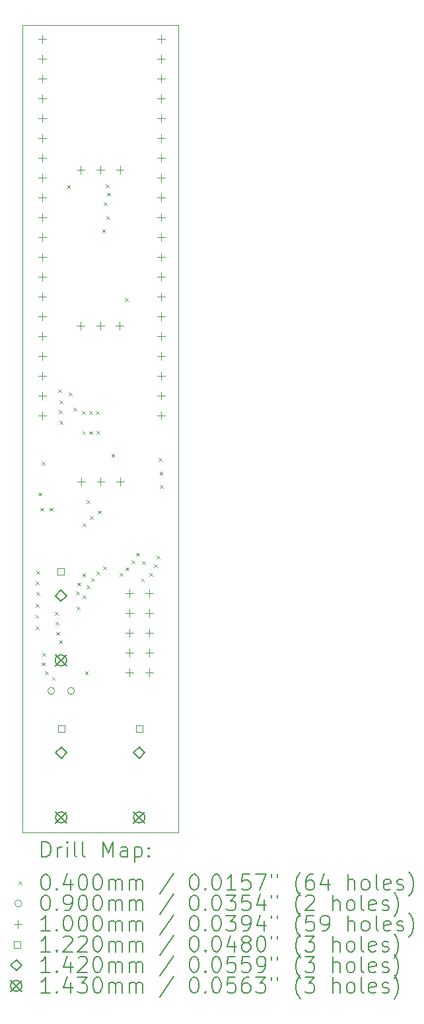
<source format=gbr>
%TF.GenerationSoftware,KiCad,Pcbnew,6.0.11+dfsg-1~bpo11+1*%
%TF.CreationDate,2023-04-14T10:24:12+08:00*%
%TF.ProjectId,MiniVerb - Main,4d696e69-5665-4726-9220-2d204d61696e,rev?*%
%TF.SameCoordinates,Original*%
%TF.FileFunction,Drillmap*%
%TF.FilePolarity,Positive*%
%FSLAX45Y45*%
G04 Gerber Fmt 4.5, Leading zero omitted, Abs format (unit mm)*
G04 Created by KiCad (PCBNEW 6.0.11+dfsg-1~bpo11+1) date 2023-04-14 10:24:12*
%MOMM*%
%LPD*%
G01*
G04 APERTURE LIST*
%ADD10C,0.100000*%
%ADD11C,0.200000*%
%ADD12C,0.040000*%
%ADD13C,0.090000*%
%ADD14C,0.122000*%
%ADD15C,0.142000*%
%ADD16C,0.143000*%
G04 APERTURE END LIST*
D10*
X18009907Y-15354593D02*
X16009907Y-15354593D01*
X16009907Y-15354593D02*
X16009907Y-5004593D01*
X16009907Y-5004593D02*
X18009907Y-5004593D01*
X18009907Y-5004593D02*
X18009907Y-15354593D01*
D11*
D12*
X16179907Y-12564593D02*
X16219907Y-12604593D01*
X16219907Y-12564593D02*
X16179907Y-12604593D01*
X16184907Y-12134593D02*
X16224907Y-12174593D01*
X16224907Y-12134593D02*
X16184907Y-12174593D01*
X16184907Y-12424593D02*
X16224907Y-12464593D01*
X16224907Y-12424593D02*
X16184907Y-12464593D01*
X16184907Y-12714593D02*
X16224907Y-12754593D01*
X16224907Y-12714593D02*
X16184907Y-12754593D01*
X16189907Y-12004593D02*
X16229907Y-12044593D01*
X16229907Y-12004593D02*
X16189907Y-12044593D01*
X16189907Y-12274593D02*
X16229907Y-12314593D01*
X16229907Y-12274593D02*
X16189907Y-12314593D01*
X16214907Y-10999593D02*
X16254907Y-11039593D01*
X16254907Y-10999593D02*
X16214907Y-11039593D01*
X16244907Y-11192093D02*
X16284907Y-11232093D01*
X16284907Y-11192093D02*
X16244907Y-11232093D01*
X16259907Y-13174593D02*
X16299907Y-13214593D01*
X16299907Y-13174593D02*
X16259907Y-13214593D01*
X16262500Y-10602500D02*
X16302500Y-10642500D01*
X16302500Y-10602500D02*
X16262500Y-10642500D01*
X16269907Y-13054593D02*
X16309907Y-13094593D01*
X16309907Y-13054593D02*
X16269907Y-13094593D01*
X16299907Y-13289593D02*
X16339907Y-13329593D01*
X16339907Y-13289593D02*
X16299907Y-13329593D01*
X16362407Y-11192093D02*
X16402407Y-11232093D01*
X16402407Y-11192093D02*
X16362407Y-11232093D01*
X16389907Y-13359593D02*
X16429907Y-13399593D01*
X16429907Y-13359593D02*
X16389907Y-13399593D01*
X16429907Y-12529593D02*
X16469907Y-12569593D01*
X16469907Y-12529593D02*
X16429907Y-12569593D01*
X16434907Y-12654593D02*
X16474907Y-12694593D01*
X16474907Y-12654593D02*
X16434907Y-12694593D01*
X16444907Y-12784593D02*
X16484907Y-12824593D01*
X16484907Y-12784593D02*
X16444907Y-12824593D01*
X16469907Y-9674593D02*
X16509907Y-9714593D01*
X16509907Y-9674593D02*
X16469907Y-9714593D01*
X16477407Y-9947093D02*
X16517407Y-9987093D01*
X16517407Y-9947093D02*
X16477407Y-9987093D01*
X16484907Y-12889593D02*
X16524907Y-12929593D01*
X16524907Y-12889593D02*
X16484907Y-12929593D01*
X16487407Y-9819593D02*
X16527407Y-9859593D01*
X16527407Y-9819593D02*
X16487407Y-9859593D01*
X16487682Y-10082550D02*
X16527682Y-10122550D01*
X16527682Y-10082550D02*
X16487682Y-10122550D01*
X16584907Y-7054593D02*
X16624907Y-7094593D01*
X16624907Y-7054593D02*
X16584907Y-7094593D01*
X16609907Y-9717093D02*
X16649907Y-9757093D01*
X16649907Y-9717093D02*
X16609907Y-9757093D01*
X16667407Y-9909593D02*
X16707407Y-9949593D01*
X16707407Y-9909593D02*
X16667407Y-9949593D01*
X16699907Y-12264593D02*
X16739907Y-12304593D01*
X16739907Y-12264593D02*
X16699907Y-12304593D01*
X16709907Y-12459593D02*
X16749907Y-12499593D01*
X16749907Y-12459593D02*
X16709907Y-12499593D01*
X16719907Y-12149593D02*
X16759907Y-12189593D01*
X16759907Y-12149593D02*
X16719907Y-12189593D01*
X16777407Y-9952093D02*
X16817407Y-9992093D01*
X16817407Y-9952093D02*
X16777407Y-9992093D01*
X16779907Y-10212093D02*
X16819907Y-10252093D01*
X16819907Y-10212093D02*
X16779907Y-10252093D01*
X16779907Y-12034593D02*
X16819907Y-12074593D01*
X16819907Y-12034593D02*
X16779907Y-12074593D01*
X16784907Y-12314593D02*
X16824907Y-12354593D01*
X16824907Y-12314593D02*
X16784907Y-12354593D01*
X16787407Y-11392093D02*
X16827407Y-11432093D01*
X16827407Y-11392093D02*
X16787407Y-11432093D01*
X16815000Y-13289375D02*
X16855000Y-13329375D01*
X16855000Y-13289375D02*
X16815000Y-13329375D01*
X16834907Y-12189593D02*
X16874907Y-12229593D01*
X16874907Y-12189593D02*
X16834907Y-12229593D01*
X16837407Y-11094593D02*
X16877407Y-11134593D01*
X16877407Y-11094593D02*
X16837407Y-11134593D01*
X16867407Y-9954593D02*
X16907407Y-9994593D01*
X16907407Y-9954593D02*
X16867407Y-9994593D01*
X16869907Y-10212093D02*
X16909907Y-10252093D01*
X16909907Y-10212093D02*
X16869907Y-10252093D01*
X16874907Y-11297093D02*
X16914907Y-11337093D01*
X16914907Y-11297093D02*
X16874907Y-11337093D01*
X16894907Y-12094593D02*
X16934907Y-12134593D01*
X16934907Y-12094593D02*
X16894907Y-12134593D01*
X16954907Y-9954593D02*
X16994907Y-9994593D01*
X16994907Y-9954593D02*
X16954907Y-9994593D01*
X16959907Y-12009593D02*
X16999907Y-12049593D01*
X16999907Y-12009593D02*
X16959907Y-12049593D01*
X16962407Y-10209593D02*
X17002407Y-10249593D01*
X17002407Y-10209593D02*
X16962407Y-10249593D01*
X16977407Y-11227093D02*
X17017407Y-11267093D01*
X17017407Y-11227093D02*
X16977407Y-11267093D01*
X17034907Y-7624593D02*
X17074907Y-7664593D01*
X17074907Y-7624593D02*
X17034907Y-7664593D01*
X17044907Y-11944593D02*
X17084907Y-11984593D01*
X17084907Y-11944593D02*
X17044907Y-11984593D01*
X17054907Y-7279593D02*
X17094907Y-7319593D01*
X17094907Y-7279593D02*
X17054907Y-7319593D01*
X17079907Y-7049593D02*
X17119907Y-7089593D01*
X17119907Y-7049593D02*
X17079907Y-7089593D01*
X17089907Y-7454593D02*
X17129907Y-7494593D01*
X17129907Y-7454593D02*
X17089907Y-7494593D01*
X17094907Y-7154593D02*
X17134907Y-7194593D01*
X17134907Y-7154593D02*
X17094907Y-7194593D01*
X17152407Y-10502093D02*
X17192407Y-10542093D01*
X17192407Y-10502093D02*
X17152407Y-10542093D01*
X17259907Y-12029593D02*
X17299907Y-12069593D01*
X17299907Y-12029593D02*
X17259907Y-12069593D01*
X17327000Y-8502000D02*
X17367000Y-8542000D01*
X17367000Y-8502000D02*
X17327000Y-8542000D01*
X17334907Y-11954593D02*
X17374907Y-11994593D01*
X17374907Y-11954593D02*
X17334907Y-11994593D01*
X17409907Y-11864593D02*
X17449907Y-11904593D01*
X17449907Y-11864593D02*
X17409907Y-11904593D01*
X17469907Y-11769593D02*
X17509907Y-11809593D01*
X17509907Y-11769593D02*
X17469907Y-11809593D01*
X17534907Y-12099593D02*
X17574907Y-12139593D01*
X17574907Y-12099593D02*
X17534907Y-12139593D01*
X17544907Y-11874593D02*
X17584907Y-11914593D01*
X17584907Y-11874593D02*
X17544907Y-11914593D01*
X17639907Y-12024593D02*
X17679907Y-12064593D01*
X17679907Y-12024593D02*
X17639907Y-12064593D01*
X17699907Y-11914593D02*
X17739907Y-11954593D01*
X17739907Y-11914593D02*
X17699907Y-11954593D01*
X17734907Y-11809593D02*
X17774907Y-11849593D01*
X17774907Y-11809593D02*
X17734907Y-11849593D01*
X17757407Y-10552093D02*
X17797407Y-10592093D01*
X17797407Y-10552093D02*
X17757407Y-10592093D01*
X17769907Y-10729593D02*
X17809907Y-10769593D01*
X17809907Y-10729593D02*
X17769907Y-10769593D01*
X17772407Y-10902093D02*
X17812407Y-10942093D01*
X17812407Y-10902093D02*
X17772407Y-10942093D01*
D13*
X16427500Y-13540000D02*
G75*
G03*
X16427500Y-13540000I-45000J0D01*
G01*
X16681500Y-13540000D02*
G75*
G03*
X16681500Y-13540000I-45000J0D01*
G01*
D10*
X16266000Y-5133593D02*
X16266000Y-5233593D01*
X16216000Y-5183593D02*
X16316000Y-5183593D01*
X16266000Y-5387593D02*
X16266000Y-5487593D01*
X16216000Y-5437593D02*
X16316000Y-5437593D01*
X16266000Y-5641593D02*
X16266000Y-5741593D01*
X16216000Y-5691593D02*
X16316000Y-5691593D01*
X16266000Y-5895593D02*
X16266000Y-5995593D01*
X16216000Y-5945593D02*
X16316000Y-5945593D01*
X16266000Y-6149593D02*
X16266000Y-6249593D01*
X16216000Y-6199593D02*
X16316000Y-6199593D01*
X16266000Y-6403593D02*
X16266000Y-6503593D01*
X16216000Y-6453593D02*
X16316000Y-6453593D01*
X16266000Y-6657593D02*
X16266000Y-6757593D01*
X16216000Y-6707593D02*
X16316000Y-6707593D01*
X16266000Y-6911593D02*
X16266000Y-7011593D01*
X16216000Y-6961593D02*
X16316000Y-6961593D01*
X16266000Y-7165593D02*
X16266000Y-7265593D01*
X16216000Y-7215593D02*
X16316000Y-7215593D01*
X16266000Y-7419593D02*
X16266000Y-7519593D01*
X16216000Y-7469593D02*
X16316000Y-7469593D01*
X16266000Y-7673593D02*
X16266000Y-7773593D01*
X16216000Y-7723593D02*
X16316000Y-7723593D01*
X16266000Y-7927593D02*
X16266000Y-8027593D01*
X16216000Y-7977593D02*
X16316000Y-7977593D01*
X16266000Y-8181593D02*
X16266000Y-8281593D01*
X16216000Y-8231593D02*
X16316000Y-8231593D01*
X16266000Y-8435593D02*
X16266000Y-8535593D01*
X16216000Y-8485593D02*
X16316000Y-8485593D01*
X16266000Y-8689593D02*
X16266000Y-8789593D01*
X16216000Y-8739593D02*
X16316000Y-8739593D01*
X16266000Y-8943593D02*
X16266000Y-9043593D01*
X16216000Y-8993593D02*
X16316000Y-8993593D01*
X16266000Y-9197593D02*
X16266000Y-9297593D01*
X16216000Y-9247593D02*
X16316000Y-9247593D01*
X16266000Y-9451593D02*
X16266000Y-9551593D01*
X16216000Y-9501593D02*
X16316000Y-9501593D01*
X16266000Y-9705593D02*
X16266000Y-9805593D01*
X16216000Y-9755593D02*
X16316000Y-9755593D01*
X16266000Y-9959593D02*
X16266000Y-10059593D01*
X16216000Y-10009593D02*
X16316000Y-10009593D01*
X16759907Y-8809093D02*
X16759907Y-8909093D01*
X16709907Y-8859093D02*
X16809907Y-8859093D01*
X16761907Y-6810093D02*
X16761907Y-6910093D01*
X16711907Y-6860093D02*
X16811907Y-6860093D01*
X16765907Y-10810093D02*
X16765907Y-10910093D01*
X16715907Y-10860093D02*
X16815907Y-10860093D01*
X17009907Y-8809093D02*
X17009907Y-8909093D01*
X16959907Y-8859093D02*
X17059907Y-8859093D01*
X17011907Y-6810093D02*
X17011907Y-6910093D01*
X16961907Y-6860093D02*
X17061907Y-6860093D01*
X17015907Y-10810093D02*
X17015907Y-10910093D01*
X16965907Y-10860093D02*
X17065907Y-10860093D01*
X17259907Y-8809093D02*
X17259907Y-8909093D01*
X17209907Y-8859093D02*
X17309907Y-8859093D01*
X17261907Y-6810093D02*
X17261907Y-6910093D01*
X17211907Y-6860093D02*
X17311907Y-6860093D01*
X17265907Y-10810093D02*
X17265907Y-10910093D01*
X17215907Y-10860093D02*
X17315907Y-10860093D01*
X17384657Y-12239693D02*
X17384657Y-12339693D01*
X17334657Y-12289693D02*
X17434657Y-12289693D01*
X17384657Y-12493693D02*
X17384657Y-12593693D01*
X17334657Y-12543693D02*
X17434657Y-12543693D01*
X17384657Y-12747693D02*
X17384657Y-12847693D01*
X17334657Y-12797693D02*
X17434657Y-12797693D01*
X17384657Y-13001693D02*
X17384657Y-13101693D01*
X17334657Y-13051693D02*
X17434657Y-13051693D01*
X17384657Y-13255693D02*
X17384657Y-13355693D01*
X17334657Y-13305693D02*
X17434657Y-13305693D01*
X17638657Y-12239693D02*
X17638657Y-12339693D01*
X17588657Y-12289693D02*
X17688657Y-12289693D01*
X17638657Y-12493693D02*
X17638657Y-12593693D01*
X17588657Y-12543693D02*
X17688657Y-12543693D01*
X17638657Y-12747693D02*
X17638657Y-12847693D01*
X17588657Y-12797693D02*
X17688657Y-12797693D01*
X17638657Y-13001693D02*
X17638657Y-13101693D01*
X17588657Y-13051693D02*
X17688657Y-13051693D01*
X17638657Y-13255693D02*
X17638657Y-13355693D01*
X17588657Y-13305693D02*
X17688657Y-13305693D01*
X17790000Y-5133593D02*
X17790000Y-5233593D01*
X17740000Y-5183593D02*
X17840000Y-5183593D01*
X17790000Y-5387593D02*
X17790000Y-5487593D01*
X17740000Y-5437593D02*
X17840000Y-5437593D01*
X17790000Y-5641593D02*
X17790000Y-5741593D01*
X17740000Y-5691593D02*
X17840000Y-5691593D01*
X17790000Y-5895593D02*
X17790000Y-5995593D01*
X17740000Y-5945593D02*
X17840000Y-5945593D01*
X17790000Y-6149593D02*
X17790000Y-6249593D01*
X17740000Y-6199593D02*
X17840000Y-6199593D01*
X17790000Y-6403593D02*
X17790000Y-6503593D01*
X17740000Y-6453593D02*
X17840000Y-6453593D01*
X17790000Y-6657593D02*
X17790000Y-6757593D01*
X17740000Y-6707593D02*
X17840000Y-6707593D01*
X17790000Y-6911593D02*
X17790000Y-7011593D01*
X17740000Y-6961593D02*
X17840000Y-6961593D01*
X17790000Y-7165593D02*
X17790000Y-7265593D01*
X17740000Y-7215593D02*
X17840000Y-7215593D01*
X17790000Y-7419593D02*
X17790000Y-7519593D01*
X17740000Y-7469593D02*
X17840000Y-7469593D01*
X17790000Y-7673593D02*
X17790000Y-7773593D01*
X17740000Y-7723593D02*
X17840000Y-7723593D01*
X17790000Y-7927593D02*
X17790000Y-8027593D01*
X17740000Y-7977593D02*
X17840000Y-7977593D01*
X17790000Y-8181593D02*
X17790000Y-8281593D01*
X17740000Y-8231593D02*
X17840000Y-8231593D01*
X17790000Y-8435593D02*
X17790000Y-8535593D01*
X17740000Y-8485593D02*
X17840000Y-8485593D01*
X17790000Y-8689593D02*
X17790000Y-8789593D01*
X17740000Y-8739593D02*
X17840000Y-8739593D01*
X17790000Y-8943593D02*
X17790000Y-9043593D01*
X17740000Y-8993593D02*
X17840000Y-8993593D01*
X17790000Y-9197593D02*
X17790000Y-9297593D01*
X17740000Y-9247593D02*
X17840000Y-9247593D01*
X17790000Y-9451593D02*
X17790000Y-9551593D01*
X17740000Y-9501593D02*
X17840000Y-9501593D01*
X17790000Y-9705593D02*
X17790000Y-9805593D01*
X17740000Y-9755593D02*
X17840000Y-9755593D01*
X17790000Y-9959593D02*
X17790000Y-10059593D01*
X17740000Y-10009593D02*
X17840000Y-10009593D01*
D14*
X16550041Y-12051727D02*
X16550041Y-11965459D01*
X16463773Y-11965459D01*
X16463773Y-12051727D01*
X16550041Y-12051727D01*
X16553041Y-14063927D02*
X16553041Y-13977659D01*
X16466773Y-13977659D01*
X16466773Y-14063927D01*
X16553041Y-14063927D01*
X17553041Y-14063927D02*
X17553041Y-13977659D01*
X17466773Y-13977659D01*
X17466773Y-14063927D01*
X17553041Y-14063927D01*
D15*
X16506907Y-12389593D02*
X16577907Y-12318593D01*
X16506907Y-12247593D01*
X16435907Y-12318593D01*
X16506907Y-12389593D01*
X16509907Y-14401793D02*
X16580907Y-14330793D01*
X16509907Y-14259793D01*
X16438907Y-14330793D01*
X16509907Y-14401793D01*
X17509907Y-14401793D02*
X17580907Y-14330793D01*
X17509907Y-14259793D01*
X17438907Y-14330793D01*
X17509907Y-14401793D01*
D16*
X16435407Y-13077093D02*
X16578407Y-13220093D01*
X16578407Y-13077093D02*
X16435407Y-13220093D01*
X16578407Y-13148593D02*
G75*
G03*
X16578407Y-13148593I-71500J0D01*
G01*
X16438407Y-15089293D02*
X16581407Y-15232293D01*
X16581407Y-15089293D02*
X16438407Y-15232293D01*
X16581407Y-15160793D02*
G75*
G03*
X16581407Y-15160793I-71500J0D01*
G01*
X17438407Y-15089293D02*
X17581407Y-15232293D01*
X17581407Y-15089293D02*
X17438407Y-15232293D01*
X17581407Y-15160793D02*
G75*
G03*
X17581407Y-15160793I-71500J0D01*
G01*
D11*
X16262526Y-15670069D02*
X16262526Y-15470069D01*
X16310145Y-15470069D01*
X16338716Y-15479593D01*
X16357764Y-15498641D01*
X16367288Y-15517688D01*
X16376811Y-15555784D01*
X16376811Y-15584355D01*
X16367288Y-15622450D01*
X16357764Y-15641498D01*
X16338716Y-15660546D01*
X16310145Y-15670069D01*
X16262526Y-15670069D01*
X16462526Y-15670069D02*
X16462526Y-15536736D01*
X16462526Y-15574831D02*
X16472049Y-15555784D01*
X16481573Y-15546260D01*
X16500621Y-15536736D01*
X16519669Y-15536736D01*
X16586335Y-15670069D02*
X16586335Y-15536736D01*
X16586335Y-15470069D02*
X16576811Y-15479593D01*
X16586335Y-15489117D01*
X16595859Y-15479593D01*
X16586335Y-15470069D01*
X16586335Y-15489117D01*
X16710145Y-15670069D02*
X16691097Y-15660546D01*
X16681573Y-15641498D01*
X16681573Y-15470069D01*
X16814907Y-15670069D02*
X16795859Y-15660546D01*
X16786335Y-15641498D01*
X16786335Y-15470069D01*
X17043478Y-15670069D02*
X17043478Y-15470069D01*
X17110145Y-15612927D01*
X17176811Y-15470069D01*
X17176811Y-15670069D01*
X17357764Y-15670069D02*
X17357764Y-15565307D01*
X17348240Y-15546260D01*
X17329192Y-15536736D01*
X17291097Y-15536736D01*
X17272050Y-15546260D01*
X17357764Y-15660546D02*
X17338716Y-15670069D01*
X17291097Y-15670069D01*
X17272050Y-15660546D01*
X17262526Y-15641498D01*
X17262526Y-15622450D01*
X17272050Y-15603403D01*
X17291097Y-15593879D01*
X17338716Y-15593879D01*
X17357764Y-15584355D01*
X17453002Y-15536736D02*
X17453002Y-15736736D01*
X17453002Y-15546260D02*
X17472050Y-15536736D01*
X17510145Y-15536736D01*
X17529192Y-15546260D01*
X17538716Y-15555784D01*
X17548240Y-15574831D01*
X17548240Y-15631974D01*
X17538716Y-15651022D01*
X17529192Y-15660546D01*
X17510145Y-15670069D01*
X17472050Y-15670069D01*
X17453002Y-15660546D01*
X17633954Y-15651022D02*
X17643478Y-15660546D01*
X17633954Y-15670069D01*
X17624431Y-15660546D01*
X17633954Y-15651022D01*
X17633954Y-15670069D01*
X17633954Y-15546260D02*
X17643478Y-15555784D01*
X17633954Y-15565307D01*
X17624431Y-15555784D01*
X17633954Y-15546260D01*
X17633954Y-15565307D01*
D12*
X15964907Y-15979593D02*
X16004907Y-16019593D01*
X16004907Y-15979593D02*
X15964907Y-16019593D01*
D11*
X16300621Y-15890069D02*
X16319669Y-15890069D01*
X16338716Y-15899593D01*
X16348240Y-15909117D01*
X16357764Y-15928165D01*
X16367288Y-15966260D01*
X16367288Y-16013879D01*
X16357764Y-16051974D01*
X16348240Y-16071022D01*
X16338716Y-16080546D01*
X16319669Y-16090069D01*
X16300621Y-16090069D01*
X16281573Y-16080546D01*
X16272049Y-16071022D01*
X16262526Y-16051974D01*
X16253002Y-16013879D01*
X16253002Y-15966260D01*
X16262526Y-15928165D01*
X16272049Y-15909117D01*
X16281573Y-15899593D01*
X16300621Y-15890069D01*
X16453002Y-16071022D02*
X16462526Y-16080546D01*
X16453002Y-16090069D01*
X16443478Y-16080546D01*
X16453002Y-16071022D01*
X16453002Y-16090069D01*
X16633954Y-15956736D02*
X16633954Y-16090069D01*
X16586335Y-15880546D02*
X16538716Y-16023403D01*
X16662526Y-16023403D01*
X16776811Y-15890069D02*
X16795859Y-15890069D01*
X16814907Y-15899593D01*
X16824431Y-15909117D01*
X16833954Y-15928165D01*
X16843478Y-15966260D01*
X16843478Y-16013879D01*
X16833954Y-16051974D01*
X16824431Y-16071022D01*
X16814907Y-16080546D01*
X16795859Y-16090069D01*
X16776811Y-16090069D01*
X16757764Y-16080546D01*
X16748240Y-16071022D01*
X16738716Y-16051974D01*
X16729192Y-16013879D01*
X16729192Y-15966260D01*
X16738716Y-15928165D01*
X16748240Y-15909117D01*
X16757764Y-15899593D01*
X16776811Y-15890069D01*
X16967288Y-15890069D02*
X16986335Y-15890069D01*
X17005383Y-15899593D01*
X17014907Y-15909117D01*
X17024431Y-15928165D01*
X17033954Y-15966260D01*
X17033954Y-16013879D01*
X17024431Y-16051974D01*
X17014907Y-16071022D01*
X17005383Y-16080546D01*
X16986335Y-16090069D01*
X16967288Y-16090069D01*
X16948240Y-16080546D01*
X16938716Y-16071022D01*
X16929192Y-16051974D01*
X16919669Y-16013879D01*
X16919669Y-15966260D01*
X16929192Y-15928165D01*
X16938716Y-15909117D01*
X16948240Y-15899593D01*
X16967288Y-15890069D01*
X17119669Y-16090069D02*
X17119669Y-15956736D01*
X17119669Y-15975784D02*
X17129192Y-15966260D01*
X17148240Y-15956736D01*
X17176811Y-15956736D01*
X17195859Y-15966260D01*
X17205383Y-15985307D01*
X17205383Y-16090069D01*
X17205383Y-15985307D02*
X17214907Y-15966260D01*
X17233954Y-15956736D01*
X17262526Y-15956736D01*
X17281573Y-15966260D01*
X17291097Y-15985307D01*
X17291097Y-16090069D01*
X17386335Y-16090069D02*
X17386335Y-15956736D01*
X17386335Y-15975784D02*
X17395859Y-15966260D01*
X17414907Y-15956736D01*
X17443478Y-15956736D01*
X17462526Y-15966260D01*
X17472050Y-15985307D01*
X17472050Y-16090069D01*
X17472050Y-15985307D02*
X17481573Y-15966260D01*
X17500621Y-15956736D01*
X17529192Y-15956736D01*
X17548240Y-15966260D01*
X17557764Y-15985307D01*
X17557764Y-16090069D01*
X17948240Y-15880546D02*
X17776811Y-16137688D01*
X18205383Y-15890069D02*
X18224431Y-15890069D01*
X18243478Y-15899593D01*
X18253002Y-15909117D01*
X18262526Y-15928165D01*
X18272050Y-15966260D01*
X18272050Y-16013879D01*
X18262526Y-16051974D01*
X18253002Y-16071022D01*
X18243478Y-16080546D01*
X18224431Y-16090069D01*
X18205383Y-16090069D01*
X18186335Y-16080546D01*
X18176811Y-16071022D01*
X18167288Y-16051974D01*
X18157764Y-16013879D01*
X18157764Y-15966260D01*
X18167288Y-15928165D01*
X18176811Y-15909117D01*
X18186335Y-15899593D01*
X18205383Y-15890069D01*
X18357764Y-16071022D02*
X18367288Y-16080546D01*
X18357764Y-16090069D01*
X18348240Y-16080546D01*
X18357764Y-16071022D01*
X18357764Y-16090069D01*
X18491097Y-15890069D02*
X18510145Y-15890069D01*
X18529192Y-15899593D01*
X18538716Y-15909117D01*
X18548240Y-15928165D01*
X18557764Y-15966260D01*
X18557764Y-16013879D01*
X18548240Y-16051974D01*
X18538716Y-16071022D01*
X18529192Y-16080546D01*
X18510145Y-16090069D01*
X18491097Y-16090069D01*
X18472050Y-16080546D01*
X18462526Y-16071022D01*
X18453002Y-16051974D01*
X18443478Y-16013879D01*
X18443478Y-15966260D01*
X18453002Y-15928165D01*
X18462526Y-15909117D01*
X18472050Y-15899593D01*
X18491097Y-15890069D01*
X18748240Y-16090069D02*
X18633954Y-16090069D01*
X18691097Y-16090069D02*
X18691097Y-15890069D01*
X18672050Y-15918641D01*
X18653002Y-15937688D01*
X18633954Y-15947212D01*
X18929192Y-15890069D02*
X18833954Y-15890069D01*
X18824431Y-15985307D01*
X18833954Y-15975784D01*
X18853002Y-15966260D01*
X18900621Y-15966260D01*
X18919669Y-15975784D01*
X18929192Y-15985307D01*
X18938716Y-16004355D01*
X18938716Y-16051974D01*
X18929192Y-16071022D01*
X18919669Y-16080546D01*
X18900621Y-16090069D01*
X18853002Y-16090069D01*
X18833954Y-16080546D01*
X18824431Y-16071022D01*
X19005383Y-15890069D02*
X19138716Y-15890069D01*
X19053002Y-16090069D01*
X19205383Y-15890069D02*
X19205383Y-15928165D01*
X19281573Y-15890069D02*
X19281573Y-15928165D01*
X19576811Y-16166260D02*
X19567288Y-16156736D01*
X19548240Y-16128165D01*
X19538716Y-16109117D01*
X19529192Y-16080546D01*
X19519669Y-16032927D01*
X19519669Y-15994831D01*
X19529192Y-15947212D01*
X19538716Y-15918641D01*
X19548240Y-15899593D01*
X19567288Y-15871022D01*
X19576811Y-15861498D01*
X19738716Y-15890069D02*
X19700621Y-15890069D01*
X19681573Y-15899593D01*
X19672050Y-15909117D01*
X19653002Y-15937688D01*
X19643478Y-15975784D01*
X19643478Y-16051974D01*
X19653002Y-16071022D01*
X19662526Y-16080546D01*
X19681573Y-16090069D01*
X19719669Y-16090069D01*
X19738716Y-16080546D01*
X19748240Y-16071022D01*
X19757764Y-16051974D01*
X19757764Y-16004355D01*
X19748240Y-15985307D01*
X19738716Y-15975784D01*
X19719669Y-15966260D01*
X19681573Y-15966260D01*
X19662526Y-15975784D01*
X19653002Y-15985307D01*
X19643478Y-16004355D01*
X19929192Y-15956736D02*
X19929192Y-16090069D01*
X19881573Y-15880546D02*
X19833954Y-16023403D01*
X19957764Y-16023403D01*
X20186335Y-16090069D02*
X20186335Y-15890069D01*
X20272050Y-16090069D02*
X20272050Y-15985307D01*
X20262526Y-15966260D01*
X20243478Y-15956736D01*
X20214907Y-15956736D01*
X20195859Y-15966260D01*
X20186335Y-15975784D01*
X20395859Y-16090069D02*
X20376811Y-16080546D01*
X20367288Y-16071022D01*
X20357764Y-16051974D01*
X20357764Y-15994831D01*
X20367288Y-15975784D01*
X20376811Y-15966260D01*
X20395859Y-15956736D01*
X20424431Y-15956736D01*
X20443478Y-15966260D01*
X20453002Y-15975784D01*
X20462526Y-15994831D01*
X20462526Y-16051974D01*
X20453002Y-16071022D01*
X20443478Y-16080546D01*
X20424431Y-16090069D01*
X20395859Y-16090069D01*
X20576811Y-16090069D02*
X20557764Y-16080546D01*
X20548240Y-16061498D01*
X20548240Y-15890069D01*
X20729192Y-16080546D02*
X20710145Y-16090069D01*
X20672050Y-16090069D01*
X20653002Y-16080546D01*
X20643478Y-16061498D01*
X20643478Y-15985307D01*
X20653002Y-15966260D01*
X20672050Y-15956736D01*
X20710145Y-15956736D01*
X20729192Y-15966260D01*
X20738716Y-15985307D01*
X20738716Y-16004355D01*
X20643478Y-16023403D01*
X20814907Y-16080546D02*
X20833954Y-16090069D01*
X20872050Y-16090069D01*
X20891097Y-16080546D01*
X20900621Y-16061498D01*
X20900621Y-16051974D01*
X20891097Y-16032927D01*
X20872050Y-16023403D01*
X20843478Y-16023403D01*
X20824431Y-16013879D01*
X20814907Y-15994831D01*
X20814907Y-15985307D01*
X20824431Y-15966260D01*
X20843478Y-15956736D01*
X20872050Y-15956736D01*
X20891097Y-15966260D01*
X20967288Y-16166260D02*
X20976811Y-16156736D01*
X20995859Y-16128165D01*
X21005383Y-16109117D01*
X21014907Y-16080546D01*
X21024431Y-16032927D01*
X21024431Y-15994831D01*
X21014907Y-15947212D01*
X21005383Y-15918641D01*
X20995859Y-15899593D01*
X20976811Y-15871022D01*
X20967288Y-15861498D01*
D13*
X16004907Y-16263593D02*
G75*
G03*
X16004907Y-16263593I-45000J0D01*
G01*
D11*
X16300621Y-16154069D02*
X16319669Y-16154069D01*
X16338716Y-16163593D01*
X16348240Y-16173117D01*
X16357764Y-16192165D01*
X16367288Y-16230260D01*
X16367288Y-16277879D01*
X16357764Y-16315974D01*
X16348240Y-16335022D01*
X16338716Y-16344546D01*
X16319669Y-16354069D01*
X16300621Y-16354069D01*
X16281573Y-16344546D01*
X16272049Y-16335022D01*
X16262526Y-16315974D01*
X16253002Y-16277879D01*
X16253002Y-16230260D01*
X16262526Y-16192165D01*
X16272049Y-16173117D01*
X16281573Y-16163593D01*
X16300621Y-16154069D01*
X16453002Y-16335022D02*
X16462526Y-16344546D01*
X16453002Y-16354069D01*
X16443478Y-16344546D01*
X16453002Y-16335022D01*
X16453002Y-16354069D01*
X16557764Y-16354069D02*
X16595859Y-16354069D01*
X16614907Y-16344546D01*
X16624430Y-16335022D01*
X16643478Y-16306450D01*
X16653002Y-16268355D01*
X16653002Y-16192165D01*
X16643478Y-16173117D01*
X16633954Y-16163593D01*
X16614907Y-16154069D01*
X16576811Y-16154069D01*
X16557764Y-16163593D01*
X16548240Y-16173117D01*
X16538716Y-16192165D01*
X16538716Y-16239784D01*
X16548240Y-16258831D01*
X16557764Y-16268355D01*
X16576811Y-16277879D01*
X16614907Y-16277879D01*
X16633954Y-16268355D01*
X16643478Y-16258831D01*
X16653002Y-16239784D01*
X16776811Y-16154069D02*
X16795859Y-16154069D01*
X16814907Y-16163593D01*
X16824431Y-16173117D01*
X16833954Y-16192165D01*
X16843478Y-16230260D01*
X16843478Y-16277879D01*
X16833954Y-16315974D01*
X16824431Y-16335022D01*
X16814907Y-16344546D01*
X16795859Y-16354069D01*
X16776811Y-16354069D01*
X16757764Y-16344546D01*
X16748240Y-16335022D01*
X16738716Y-16315974D01*
X16729192Y-16277879D01*
X16729192Y-16230260D01*
X16738716Y-16192165D01*
X16748240Y-16173117D01*
X16757764Y-16163593D01*
X16776811Y-16154069D01*
X16967288Y-16154069D02*
X16986335Y-16154069D01*
X17005383Y-16163593D01*
X17014907Y-16173117D01*
X17024431Y-16192165D01*
X17033954Y-16230260D01*
X17033954Y-16277879D01*
X17024431Y-16315974D01*
X17014907Y-16335022D01*
X17005383Y-16344546D01*
X16986335Y-16354069D01*
X16967288Y-16354069D01*
X16948240Y-16344546D01*
X16938716Y-16335022D01*
X16929192Y-16315974D01*
X16919669Y-16277879D01*
X16919669Y-16230260D01*
X16929192Y-16192165D01*
X16938716Y-16173117D01*
X16948240Y-16163593D01*
X16967288Y-16154069D01*
X17119669Y-16354069D02*
X17119669Y-16220736D01*
X17119669Y-16239784D02*
X17129192Y-16230260D01*
X17148240Y-16220736D01*
X17176811Y-16220736D01*
X17195859Y-16230260D01*
X17205383Y-16249307D01*
X17205383Y-16354069D01*
X17205383Y-16249307D02*
X17214907Y-16230260D01*
X17233954Y-16220736D01*
X17262526Y-16220736D01*
X17281573Y-16230260D01*
X17291097Y-16249307D01*
X17291097Y-16354069D01*
X17386335Y-16354069D02*
X17386335Y-16220736D01*
X17386335Y-16239784D02*
X17395859Y-16230260D01*
X17414907Y-16220736D01*
X17443478Y-16220736D01*
X17462526Y-16230260D01*
X17472050Y-16249307D01*
X17472050Y-16354069D01*
X17472050Y-16249307D02*
X17481573Y-16230260D01*
X17500621Y-16220736D01*
X17529192Y-16220736D01*
X17548240Y-16230260D01*
X17557764Y-16249307D01*
X17557764Y-16354069D01*
X17948240Y-16144546D02*
X17776811Y-16401688D01*
X18205383Y-16154069D02*
X18224431Y-16154069D01*
X18243478Y-16163593D01*
X18253002Y-16173117D01*
X18262526Y-16192165D01*
X18272050Y-16230260D01*
X18272050Y-16277879D01*
X18262526Y-16315974D01*
X18253002Y-16335022D01*
X18243478Y-16344546D01*
X18224431Y-16354069D01*
X18205383Y-16354069D01*
X18186335Y-16344546D01*
X18176811Y-16335022D01*
X18167288Y-16315974D01*
X18157764Y-16277879D01*
X18157764Y-16230260D01*
X18167288Y-16192165D01*
X18176811Y-16173117D01*
X18186335Y-16163593D01*
X18205383Y-16154069D01*
X18357764Y-16335022D02*
X18367288Y-16344546D01*
X18357764Y-16354069D01*
X18348240Y-16344546D01*
X18357764Y-16335022D01*
X18357764Y-16354069D01*
X18491097Y-16154069D02*
X18510145Y-16154069D01*
X18529192Y-16163593D01*
X18538716Y-16173117D01*
X18548240Y-16192165D01*
X18557764Y-16230260D01*
X18557764Y-16277879D01*
X18548240Y-16315974D01*
X18538716Y-16335022D01*
X18529192Y-16344546D01*
X18510145Y-16354069D01*
X18491097Y-16354069D01*
X18472050Y-16344546D01*
X18462526Y-16335022D01*
X18453002Y-16315974D01*
X18443478Y-16277879D01*
X18443478Y-16230260D01*
X18453002Y-16192165D01*
X18462526Y-16173117D01*
X18472050Y-16163593D01*
X18491097Y-16154069D01*
X18624431Y-16154069D02*
X18748240Y-16154069D01*
X18681573Y-16230260D01*
X18710145Y-16230260D01*
X18729192Y-16239784D01*
X18738716Y-16249307D01*
X18748240Y-16268355D01*
X18748240Y-16315974D01*
X18738716Y-16335022D01*
X18729192Y-16344546D01*
X18710145Y-16354069D01*
X18653002Y-16354069D01*
X18633954Y-16344546D01*
X18624431Y-16335022D01*
X18929192Y-16154069D02*
X18833954Y-16154069D01*
X18824431Y-16249307D01*
X18833954Y-16239784D01*
X18853002Y-16230260D01*
X18900621Y-16230260D01*
X18919669Y-16239784D01*
X18929192Y-16249307D01*
X18938716Y-16268355D01*
X18938716Y-16315974D01*
X18929192Y-16335022D01*
X18919669Y-16344546D01*
X18900621Y-16354069D01*
X18853002Y-16354069D01*
X18833954Y-16344546D01*
X18824431Y-16335022D01*
X19110145Y-16220736D02*
X19110145Y-16354069D01*
X19062526Y-16144546D02*
X19014907Y-16287403D01*
X19138716Y-16287403D01*
X19205383Y-16154069D02*
X19205383Y-16192165D01*
X19281573Y-16154069D02*
X19281573Y-16192165D01*
X19576811Y-16430260D02*
X19567288Y-16420736D01*
X19548240Y-16392165D01*
X19538716Y-16373117D01*
X19529192Y-16344546D01*
X19519669Y-16296927D01*
X19519669Y-16258831D01*
X19529192Y-16211212D01*
X19538716Y-16182641D01*
X19548240Y-16163593D01*
X19567288Y-16135022D01*
X19576811Y-16125498D01*
X19643478Y-16173117D02*
X19653002Y-16163593D01*
X19672050Y-16154069D01*
X19719669Y-16154069D01*
X19738716Y-16163593D01*
X19748240Y-16173117D01*
X19757764Y-16192165D01*
X19757764Y-16211212D01*
X19748240Y-16239784D01*
X19633954Y-16354069D01*
X19757764Y-16354069D01*
X19995859Y-16354069D02*
X19995859Y-16154069D01*
X20081573Y-16354069D02*
X20081573Y-16249307D01*
X20072050Y-16230260D01*
X20053002Y-16220736D01*
X20024431Y-16220736D01*
X20005383Y-16230260D01*
X19995859Y-16239784D01*
X20205383Y-16354069D02*
X20186335Y-16344546D01*
X20176811Y-16335022D01*
X20167288Y-16315974D01*
X20167288Y-16258831D01*
X20176811Y-16239784D01*
X20186335Y-16230260D01*
X20205383Y-16220736D01*
X20233954Y-16220736D01*
X20253002Y-16230260D01*
X20262526Y-16239784D01*
X20272050Y-16258831D01*
X20272050Y-16315974D01*
X20262526Y-16335022D01*
X20253002Y-16344546D01*
X20233954Y-16354069D01*
X20205383Y-16354069D01*
X20386335Y-16354069D02*
X20367288Y-16344546D01*
X20357764Y-16325498D01*
X20357764Y-16154069D01*
X20538716Y-16344546D02*
X20519669Y-16354069D01*
X20481573Y-16354069D01*
X20462526Y-16344546D01*
X20453002Y-16325498D01*
X20453002Y-16249307D01*
X20462526Y-16230260D01*
X20481573Y-16220736D01*
X20519669Y-16220736D01*
X20538716Y-16230260D01*
X20548240Y-16249307D01*
X20548240Y-16268355D01*
X20453002Y-16287403D01*
X20624431Y-16344546D02*
X20643478Y-16354069D01*
X20681573Y-16354069D01*
X20700621Y-16344546D01*
X20710145Y-16325498D01*
X20710145Y-16315974D01*
X20700621Y-16296927D01*
X20681573Y-16287403D01*
X20653002Y-16287403D01*
X20633954Y-16277879D01*
X20624431Y-16258831D01*
X20624431Y-16249307D01*
X20633954Y-16230260D01*
X20653002Y-16220736D01*
X20681573Y-16220736D01*
X20700621Y-16230260D01*
X20776811Y-16430260D02*
X20786335Y-16420736D01*
X20805383Y-16392165D01*
X20814907Y-16373117D01*
X20824431Y-16344546D01*
X20833954Y-16296927D01*
X20833954Y-16258831D01*
X20824431Y-16211212D01*
X20814907Y-16182641D01*
X20805383Y-16163593D01*
X20786335Y-16135022D01*
X20776811Y-16125498D01*
D10*
X15954907Y-16477593D02*
X15954907Y-16577593D01*
X15904907Y-16527593D02*
X16004907Y-16527593D01*
D11*
X16367288Y-16618069D02*
X16253002Y-16618069D01*
X16310145Y-16618069D02*
X16310145Y-16418069D01*
X16291097Y-16446641D01*
X16272049Y-16465688D01*
X16253002Y-16475212D01*
X16453002Y-16599022D02*
X16462526Y-16608546D01*
X16453002Y-16618069D01*
X16443478Y-16608546D01*
X16453002Y-16599022D01*
X16453002Y-16618069D01*
X16586335Y-16418069D02*
X16605383Y-16418069D01*
X16624430Y-16427593D01*
X16633954Y-16437117D01*
X16643478Y-16456165D01*
X16653002Y-16494260D01*
X16653002Y-16541879D01*
X16643478Y-16579974D01*
X16633954Y-16599022D01*
X16624430Y-16608546D01*
X16605383Y-16618069D01*
X16586335Y-16618069D01*
X16567288Y-16608546D01*
X16557764Y-16599022D01*
X16548240Y-16579974D01*
X16538716Y-16541879D01*
X16538716Y-16494260D01*
X16548240Y-16456165D01*
X16557764Y-16437117D01*
X16567288Y-16427593D01*
X16586335Y-16418069D01*
X16776811Y-16418069D02*
X16795859Y-16418069D01*
X16814907Y-16427593D01*
X16824431Y-16437117D01*
X16833954Y-16456165D01*
X16843478Y-16494260D01*
X16843478Y-16541879D01*
X16833954Y-16579974D01*
X16824431Y-16599022D01*
X16814907Y-16608546D01*
X16795859Y-16618069D01*
X16776811Y-16618069D01*
X16757764Y-16608546D01*
X16748240Y-16599022D01*
X16738716Y-16579974D01*
X16729192Y-16541879D01*
X16729192Y-16494260D01*
X16738716Y-16456165D01*
X16748240Y-16437117D01*
X16757764Y-16427593D01*
X16776811Y-16418069D01*
X16967288Y-16418069D02*
X16986335Y-16418069D01*
X17005383Y-16427593D01*
X17014907Y-16437117D01*
X17024431Y-16456165D01*
X17033954Y-16494260D01*
X17033954Y-16541879D01*
X17024431Y-16579974D01*
X17014907Y-16599022D01*
X17005383Y-16608546D01*
X16986335Y-16618069D01*
X16967288Y-16618069D01*
X16948240Y-16608546D01*
X16938716Y-16599022D01*
X16929192Y-16579974D01*
X16919669Y-16541879D01*
X16919669Y-16494260D01*
X16929192Y-16456165D01*
X16938716Y-16437117D01*
X16948240Y-16427593D01*
X16967288Y-16418069D01*
X17119669Y-16618069D02*
X17119669Y-16484736D01*
X17119669Y-16503784D02*
X17129192Y-16494260D01*
X17148240Y-16484736D01*
X17176811Y-16484736D01*
X17195859Y-16494260D01*
X17205383Y-16513307D01*
X17205383Y-16618069D01*
X17205383Y-16513307D02*
X17214907Y-16494260D01*
X17233954Y-16484736D01*
X17262526Y-16484736D01*
X17281573Y-16494260D01*
X17291097Y-16513307D01*
X17291097Y-16618069D01*
X17386335Y-16618069D02*
X17386335Y-16484736D01*
X17386335Y-16503784D02*
X17395859Y-16494260D01*
X17414907Y-16484736D01*
X17443478Y-16484736D01*
X17462526Y-16494260D01*
X17472050Y-16513307D01*
X17472050Y-16618069D01*
X17472050Y-16513307D02*
X17481573Y-16494260D01*
X17500621Y-16484736D01*
X17529192Y-16484736D01*
X17548240Y-16494260D01*
X17557764Y-16513307D01*
X17557764Y-16618069D01*
X17948240Y-16408546D02*
X17776811Y-16665688D01*
X18205383Y-16418069D02*
X18224431Y-16418069D01*
X18243478Y-16427593D01*
X18253002Y-16437117D01*
X18262526Y-16456165D01*
X18272050Y-16494260D01*
X18272050Y-16541879D01*
X18262526Y-16579974D01*
X18253002Y-16599022D01*
X18243478Y-16608546D01*
X18224431Y-16618069D01*
X18205383Y-16618069D01*
X18186335Y-16608546D01*
X18176811Y-16599022D01*
X18167288Y-16579974D01*
X18157764Y-16541879D01*
X18157764Y-16494260D01*
X18167288Y-16456165D01*
X18176811Y-16437117D01*
X18186335Y-16427593D01*
X18205383Y-16418069D01*
X18357764Y-16599022D02*
X18367288Y-16608546D01*
X18357764Y-16618069D01*
X18348240Y-16608546D01*
X18357764Y-16599022D01*
X18357764Y-16618069D01*
X18491097Y-16418069D02*
X18510145Y-16418069D01*
X18529192Y-16427593D01*
X18538716Y-16437117D01*
X18548240Y-16456165D01*
X18557764Y-16494260D01*
X18557764Y-16541879D01*
X18548240Y-16579974D01*
X18538716Y-16599022D01*
X18529192Y-16608546D01*
X18510145Y-16618069D01*
X18491097Y-16618069D01*
X18472050Y-16608546D01*
X18462526Y-16599022D01*
X18453002Y-16579974D01*
X18443478Y-16541879D01*
X18443478Y-16494260D01*
X18453002Y-16456165D01*
X18462526Y-16437117D01*
X18472050Y-16427593D01*
X18491097Y-16418069D01*
X18624431Y-16418069D02*
X18748240Y-16418069D01*
X18681573Y-16494260D01*
X18710145Y-16494260D01*
X18729192Y-16503784D01*
X18738716Y-16513307D01*
X18748240Y-16532355D01*
X18748240Y-16579974D01*
X18738716Y-16599022D01*
X18729192Y-16608546D01*
X18710145Y-16618069D01*
X18653002Y-16618069D01*
X18633954Y-16608546D01*
X18624431Y-16599022D01*
X18843478Y-16618069D02*
X18881573Y-16618069D01*
X18900621Y-16608546D01*
X18910145Y-16599022D01*
X18929192Y-16570450D01*
X18938716Y-16532355D01*
X18938716Y-16456165D01*
X18929192Y-16437117D01*
X18919669Y-16427593D01*
X18900621Y-16418069D01*
X18862526Y-16418069D01*
X18843478Y-16427593D01*
X18833954Y-16437117D01*
X18824431Y-16456165D01*
X18824431Y-16503784D01*
X18833954Y-16522831D01*
X18843478Y-16532355D01*
X18862526Y-16541879D01*
X18900621Y-16541879D01*
X18919669Y-16532355D01*
X18929192Y-16522831D01*
X18938716Y-16503784D01*
X19110145Y-16484736D02*
X19110145Y-16618069D01*
X19062526Y-16408546D02*
X19014907Y-16551403D01*
X19138716Y-16551403D01*
X19205383Y-16418069D02*
X19205383Y-16456165D01*
X19281573Y-16418069D02*
X19281573Y-16456165D01*
X19576811Y-16694260D02*
X19567288Y-16684736D01*
X19548240Y-16656165D01*
X19538716Y-16637117D01*
X19529192Y-16608546D01*
X19519669Y-16560927D01*
X19519669Y-16522831D01*
X19529192Y-16475212D01*
X19538716Y-16446641D01*
X19548240Y-16427593D01*
X19567288Y-16399022D01*
X19576811Y-16389498D01*
X19748240Y-16418069D02*
X19653002Y-16418069D01*
X19643478Y-16513307D01*
X19653002Y-16503784D01*
X19672050Y-16494260D01*
X19719669Y-16494260D01*
X19738716Y-16503784D01*
X19748240Y-16513307D01*
X19757764Y-16532355D01*
X19757764Y-16579974D01*
X19748240Y-16599022D01*
X19738716Y-16608546D01*
X19719669Y-16618069D01*
X19672050Y-16618069D01*
X19653002Y-16608546D01*
X19643478Y-16599022D01*
X19853002Y-16618069D02*
X19891097Y-16618069D01*
X19910145Y-16608546D01*
X19919669Y-16599022D01*
X19938716Y-16570450D01*
X19948240Y-16532355D01*
X19948240Y-16456165D01*
X19938716Y-16437117D01*
X19929192Y-16427593D01*
X19910145Y-16418069D01*
X19872050Y-16418069D01*
X19853002Y-16427593D01*
X19843478Y-16437117D01*
X19833954Y-16456165D01*
X19833954Y-16503784D01*
X19843478Y-16522831D01*
X19853002Y-16532355D01*
X19872050Y-16541879D01*
X19910145Y-16541879D01*
X19929192Y-16532355D01*
X19938716Y-16522831D01*
X19948240Y-16503784D01*
X20186335Y-16618069D02*
X20186335Y-16418069D01*
X20272050Y-16618069D02*
X20272050Y-16513307D01*
X20262526Y-16494260D01*
X20243478Y-16484736D01*
X20214907Y-16484736D01*
X20195859Y-16494260D01*
X20186335Y-16503784D01*
X20395859Y-16618069D02*
X20376811Y-16608546D01*
X20367288Y-16599022D01*
X20357764Y-16579974D01*
X20357764Y-16522831D01*
X20367288Y-16503784D01*
X20376811Y-16494260D01*
X20395859Y-16484736D01*
X20424431Y-16484736D01*
X20443478Y-16494260D01*
X20453002Y-16503784D01*
X20462526Y-16522831D01*
X20462526Y-16579974D01*
X20453002Y-16599022D01*
X20443478Y-16608546D01*
X20424431Y-16618069D01*
X20395859Y-16618069D01*
X20576811Y-16618069D02*
X20557764Y-16608546D01*
X20548240Y-16589498D01*
X20548240Y-16418069D01*
X20729192Y-16608546D02*
X20710145Y-16618069D01*
X20672050Y-16618069D01*
X20653002Y-16608546D01*
X20643478Y-16589498D01*
X20643478Y-16513307D01*
X20653002Y-16494260D01*
X20672050Y-16484736D01*
X20710145Y-16484736D01*
X20729192Y-16494260D01*
X20738716Y-16513307D01*
X20738716Y-16532355D01*
X20643478Y-16551403D01*
X20814907Y-16608546D02*
X20833954Y-16618069D01*
X20872050Y-16618069D01*
X20891097Y-16608546D01*
X20900621Y-16589498D01*
X20900621Y-16579974D01*
X20891097Y-16560927D01*
X20872050Y-16551403D01*
X20843478Y-16551403D01*
X20824431Y-16541879D01*
X20814907Y-16522831D01*
X20814907Y-16513307D01*
X20824431Y-16494260D01*
X20843478Y-16484736D01*
X20872050Y-16484736D01*
X20891097Y-16494260D01*
X20967288Y-16694260D02*
X20976811Y-16684736D01*
X20995859Y-16656165D01*
X21005383Y-16637117D01*
X21014907Y-16608546D01*
X21024431Y-16560927D01*
X21024431Y-16522831D01*
X21014907Y-16475212D01*
X21005383Y-16446641D01*
X20995859Y-16427593D01*
X20976811Y-16399022D01*
X20967288Y-16389498D01*
D14*
X15987041Y-16834727D02*
X15987041Y-16748459D01*
X15900773Y-16748459D01*
X15900773Y-16834727D01*
X15987041Y-16834727D01*
D11*
X16367288Y-16882069D02*
X16253002Y-16882069D01*
X16310145Y-16882069D02*
X16310145Y-16682069D01*
X16291097Y-16710641D01*
X16272049Y-16729688D01*
X16253002Y-16739212D01*
X16453002Y-16863022D02*
X16462526Y-16872546D01*
X16453002Y-16882069D01*
X16443478Y-16872546D01*
X16453002Y-16863022D01*
X16453002Y-16882069D01*
X16538716Y-16701117D02*
X16548240Y-16691593D01*
X16567288Y-16682069D01*
X16614907Y-16682069D01*
X16633954Y-16691593D01*
X16643478Y-16701117D01*
X16653002Y-16720165D01*
X16653002Y-16739212D01*
X16643478Y-16767784D01*
X16529192Y-16882069D01*
X16653002Y-16882069D01*
X16729192Y-16701117D02*
X16738716Y-16691593D01*
X16757764Y-16682069D01*
X16805383Y-16682069D01*
X16824431Y-16691593D01*
X16833954Y-16701117D01*
X16843478Y-16720165D01*
X16843478Y-16739212D01*
X16833954Y-16767784D01*
X16719669Y-16882069D01*
X16843478Y-16882069D01*
X16967288Y-16682069D02*
X16986335Y-16682069D01*
X17005383Y-16691593D01*
X17014907Y-16701117D01*
X17024431Y-16720165D01*
X17033954Y-16758260D01*
X17033954Y-16805879D01*
X17024431Y-16843974D01*
X17014907Y-16863022D01*
X17005383Y-16872546D01*
X16986335Y-16882069D01*
X16967288Y-16882069D01*
X16948240Y-16872546D01*
X16938716Y-16863022D01*
X16929192Y-16843974D01*
X16919669Y-16805879D01*
X16919669Y-16758260D01*
X16929192Y-16720165D01*
X16938716Y-16701117D01*
X16948240Y-16691593D01*
X16967288Y-16682069D01*
X17119669Y-16882069D02*
X17119669Y-16748736D01*
X17119669Y-16767784D02*
X17129192Y-16758260D01*
X17148240Y-16748736D01*
X17176811Y-16748736D01*
X17195859Y-16758260D01*
X17205383Y-16777308D01*
X17205383Y-16882069D01*
X17205383Y-16777308D02*
X17214907Y-16758260D01*
X17233954Y-16748736D01*
X17262526Y-16748736D01*
X17281573Y-16758260D01*
X17291097Y-16777308D01*
X17291097Y-16882069D01*
X17386335Y-16882069D02*
X17386335Y-16748736D01*
X17386335Y-16767784D02*
X17395859Y-16758260D01*
X17414907Y-16748736D01*
X17443478Y-16748736D01*
X17462526Y-16758260D01*
X17472050Y-16777308D01*
X17472050Y-16882069D01*
X17472050Y-16777308D02*
X17481573Y-16758260D01*
X17500621Y-16748736D01*
X17529192Y-16748736D01*
X17548240Y-16758260D01*
X17557764Y-16777308D01*
X17557764Y-16882069D01*
X17948240Y-16672546D02*
X17776811Y-16929689D01*
X18205383Y-16682069D02*
X18224431Y-16682069D01*
X18243478Y-16691593D01*
X18253002Y-16701117D01*
X18262526Y-16720165D01*
X18272050Y-16758260D01*
X18272050Y-16805879D01*
X18262526Y-16843974D01*
X18253002Y-16863022D01*
X18243478Y-16872546D01*
X18224431Y-16882069D01*
X18205383Y-16882069D01*
X18186335Y-16872546D01*
X18176811Y-16863022D01*
X18167288Y-16843974D01*
X18157764Y-16805879D01*
X18157764Y-16758260D01*
X18167288Y-16720165D01*
X18176811Y-16701117D01*
X18186335Y-16691593D01*
X18205383Y-16682069D01*
X18357764Y-16863022D02*
X18367288Y-16872546D01*
X18357764Y-16882069D01*
X18348240Y-16872546D01*
X18357764Y-16863022D01*
X18357764Y-16882069D01*
X18491097Y-16682069D02*
X18510145Y-16682069D01*
X18529192Y-16691593D01*
X18538716Y-16701117D01*
X18548240Y-16720165D01*
X18557764Y-16758260D01*
X18557764Y-16805879D01*
X18548240Y-16843974D01*
X18538716Y-16863022D01*
X18529192Y-16872546D01*
X18510145Y-16882069D01*
X18491097Y-16882069D01*
X18472050Y-16872546D01*
X18462526Y-16863022D01*
X18453002Y-16843974D01*
X18443478Y-16805879D01*
X18443478Y-16758260D01*
X18453002Y-16720165D01*
X18462526Y-16701117D01*
X18472050Y-16691593D01*
X18491097Y-16682069D01*
X18729192Y-16748736D02*
X18729192Y-16882069D01*
X18681573Y-16672546D02*
X18633954Y-16815403D01*
X18757764Y-16815403D01*
X18862526Y-16767784D02*
X18843478Y-16758260D01*
X18833954Y-16748736D01*
X18824431Y-16729688D01*
X18824431Y-16720165D01*
X18833954Y-16701117D01*
X18843478Y-16691593D01*
X18862526Y-16682069D01*
X18900621Y-16682069D01*
X18919669Y-16691593D01*
X18929192Y-16701117D01*
X18938716Y-16720165D01*
X18938716Y-16729688D01*
X18929192Y-16748736D01*
X18919669Y-16758260D01*
X18900621Y-16767784D01*
X18862526Y-16767784D01*
X18843478Y-16777308D01*
X18833954Y-16786831D01*
X18824431Y-16805879D01*
X18824431Y-16843974D01*
X18833954Y-16863022D01*
X18843478Y-16872546D01*
X18862526Y-16882069D01*
X18900621Y-16882069D01*
X18919669Y-16872546D01*
X18929192Y-16863022D01*
X18938716Y-16843974D01*
X18938716Y-16805879D01*
X18929192Y-16786831D01*
X18919669Y-16777308D01*
X18900621Y-16767784D01*
X19062526Y-16682069D02*
X19081573Y-16682069D01*
X19100621Y-16691593D01*
X19110145Y-16701117D01*
X19119669Y-16720165D01*
X19129192Y-16758260D01*
X19129192Y-16805879D01*
X19119669Y-16843974D01*
X19110145Y-16863022D01*
X19100621Y-16872546D01*
X19081573Y-16882069D01*
X19062526Y-16882069D01*
X19043478Y-16872546D01*
X19033954Y-16863022D01*
X19024431Y-16843974D01*
X19014907Y-16805879D01*
X19014907Y-16758260D01*
X19024431Y-16720165D01*
X19033954Y-16701117D01*
X19043478Y-16691593D01*
X19062526Y-16682069D01*
X19205383Y-16682069D02*
X19205383Y-16720165D01*
X19281573Y-16682069D02*
X19281573Y-16720165D01*
X19576811Y-16958260D02*
X19567288Y-16948736D01*
X19548240Y-16920165D01*
X19538716Y-16901117D01*
X19529192Y-16872546D01*
X19519669Y-16824927D01*
X19519669Y-16786831D01*
X19529192Y-16739212D01*
X19538716Y-16710641D01*
X19548240Y-16691593D01*
X19567288Y-16663022D01*
X19576811Y-16653498D01*
X19633954Y-16682069D02*
X19757764Y-16682069D01*
X19691097Y-16758260D01*
X19719669Y-16758260D01*
X19738716Y-16767784D01*
X19748240Y-16777308D01*
X19757764Y-16796355D01*
X19757764Y-16843974D01*
X19748240Y-16863022D01*
X19738716Y-16872546D01*
X19719669Y-16882069D01*
X19662526Y-16882069D01*
X19643478Y-16872546D01*
X19633954Y-16863022D01*
X19995859Y-16882069D02*
X19995859Y-16682069D01*
X20081573Y-16882069D02*
X20081573Y-16777308D01*
X20072050Y-16758260D01*
X20053002Y-16748736D01*
X20024431Y-16748736D01*
X20005383Y-16758260D01*
X19995859Y-16767784D01*
X20205383Y-16882069D02*
X20186335Y-16872546D01*
X20176811Y-16863022D01*
X20167288Y-16843974D01*
X20167288Y-16786831D01*
X20176811Y-16767784D01*
X20186335Y-16758260D01*
X20205383Y-16748736D01*
X20233954Y-16748736D01*
X20253002Y-16758260D01*
X20262526Y-16767784D01*
X20272050Y-16786831D01*
X20272050Y-16843974D01*
X20262526Y-16863022D01*
X20253002Y-16872546D01*
X20233954Y-16882069D01*
X20205383Y-16882069D01*
X20386335Y-16882069D02*
X20367288Y-16872546D01*
X20357764Y-16853498D01*
X20357764Y-16682069D01*
X20538716Y-16872546D02*
X20519669Y-16882069D01*
X20481573Y-16882069D01*
X20462526Y-16872546D01*
X20453002Y-16853498D01*
X20453002Y-16777308D01*
X20462526Y-16758260D01*
X20481573Y-16748736D01*
X20519669Y-16748736D01*
X20538716Y-16758260D01*
X20548240Y-16777308D01*
X20548240Y-16796355D01*
X20453002Y-16815403D01*
X20624431Y-16872546D02*
X20643478Y-16882069D01*
X20681573Y-16882069D01*
X20700621Y-16872546D01*
X20710145Y-16853498D01*
X20710145Y-16843974D01*
X20700621Y-16824927D01*
X20681573Y-16815403D01*
X20653002Y-16815403D01*
X20633954Y-16805879D01*
X20624431Y-16786831D01*
X20624431Y-16777308D01*
X20633954Y-16758260D01*
X20653002Y-16748736D01*
X20681573Y-16748736D01*
X20700621Y-16758260D01*
X20776811Y-16958260D02*
X20786335Y-16948736D01*
X20805383Y-16920165D01*
X20814907Y-16901117D01*
X20824431Y-16872546D01*
X20833954Y-16824927D01*
X20833954Y-16786831D01*
X20824431Y-16739212D01*
X20814907Y-16710641D01*
X20805383Y-16691593D01*
X20786335Y-16663022D01*
X20776811Y-16653498D01*
D15*
X15933907Y-17126593D02*
X16004907Y-17055593D01*
X15933907Y-16984593D01*
X15862907Y-17055593D01*
X15933907Y-17126593D01*
D11*
X16367288Y-17146069D02*
X16253002Y-17146069D01*
X16310145Y-17146069D02*
X16310145Y-16946069D01*
X16291097Y-16974641D01*
X16272049Y-16993689D01*
X16253002Y-17003212D01*
X16453002Y-17127022D02*
X16462526Y-17136546D01*
X16453002Y-17146069D01*
X16443478Y-17136546D01*
X16453002Y-17127022D01*
X16453002Y-17146069D01*
X16633954Y-17012736D02*
X16633954Y-17146069D01*
X16586335Y-16936546D02*
X16538716Y-17079403D01*
X16662526Y-17079403D01*
X16729192Y-16965117D02*
X16738716Y-16955593D01*
X16757764Y-16946069D01*
X16805383Y-16946069D01*
X16824431Y-16955593D01*
X16833954Y-16965117D01*
X16843478Y-16984165D01*
X16843478Y-17003212D01*
X16833954Y-17031784D01*
X16719669Y-17146069D01*
X16843478Y-17146069D01*
X16967288Y-16946069D02*
X16986335Y-16946069D01*
X17005383Y-16955593D01*
X17014907Y-16965117D01*
X17024431Y-16984165D01*
X17033954Y-17022260D01*
X17033954Y-17069879D01*
X17024431Y-17107974D01*
X17014907Y-17127022D01*
X17005383Y-17136546D01*
X16986335Y-17146069D01*
X16967288Y-17146069D01*
X16948240Y-17136546D01*
X16938716Y-17127022D01*
X16929192Y-17107974D01*
X16919669Y-17069879D01*
X16919669Y-17022260D01*
X16929192Y-16984165D01*
X16938716Y-16965117D01*
X16948240Y-16955593D01*
X16967288Y-16946069D01*
X17119669Y-17146069D02*
X17119669Y-17012736D01*
X17119669Y-17031784D02*
X17129192Y-17022260D01*
X17148240Y-17012736D01*
X17176811Y-17012736D01*
X17195859Y-17022260D01*
X17205383Y-17041308D01*
X17205383Y-17146069D01*
X17205383Y-17041308D02*
X17214907Y-17022260D01*
X17233954Y-17012736D01*
X17262526Y-17012736D01*
X17281573Y-17022260D01*
X17291097Y-17041308D01*
X17291097Y-17146069D01*
X17386335Y-17146069D02*
X17386335Y-17012736D01*
X17386335Y-17031784D02*
X17395859Y-17022260D01*
X17414907Y-17012736D01*
X17443478Y-17012736D01*
X17462526Y-17022260D01*
X17472050Y-17041308D01*
X17472050Y-17146069D01*
X17472050Y-17041308D02*
X17481573Y-17022260D01*
X17500621Y-17012736D01*
X17529192Y-17012736D01*
X17548240Y-17022260D01*
X17557764Y-17041308D01*
X17557764Y-17146069D01*
X17948240Y-16936546D02*
X17776811Y-17193689D01*
X18205383Y-16946069D02*
X18224431Y-16946069D01*
X18243478Y-16955593D01*
X18253002Y-16965117D01*
X18262526Y-16984165D01*
X18272050Y-17022260D01*
X18272050Y-17069879D01*
X18262526Y-17107974D01*
X18253002Y-17127022D01*
X18243478Y-17136546D01*
X18224431Y-17146069D01*
X18205383Y-17146069D01*
X18186335Y-17136546D01*
X18176811Y-17127022D01*
X18167288Y-17107974D01*
X18157764Y-17069879D01*
X18157764Y-17022260D01*
X18167288Y-16984165D01*
X18176811Y-16965117D01*
X18186335Y-16955593D01*
X18205383Y-16946069D01*
X18357764Y-17127022D02*
X18367288Y-17136546D01*
X18357764Y-17146069D01*
X18348240Y-17136546D01*
X18357764Y-17127022D01*
X18357764Y-17146069D01*
X18491097Y-16946069D02*
X18510145Y-16946069D01*
X18529192Y-16955593D01*
X18538716Y-16965117D01*
X18548240Y-16984165D01*
X18557764Y-17022260D01*
X18557764Y-17069879D01*
X18548240Y-17107974D01*
X18538716Y-17127022D01*
X18529192Y-17136546D01*
X18510145Y-17146069D01*
X18491097Y-17146069D01*
X18472050Y-17136546D01*
X18462526Y-17127022D01*
X18453002Y-17107974D01*
X18443478Y-17069879D01*
X18443478Y-17022260D01*
X18453002Y-16984165D01*
X18462526Y-16965117D01*
X18472050Y-16955593D01*
X18491097Y-16946069D01*
X18738716Y-16946069D02*
X18643478Y-16946069D01*
X18633954Y-17041308D01*
X18643478Y-17031784D01*
X18662526Y-17022260D01*
X18710145Y-17022260D01*
X18729192Y-17031784D01*
X18738716Y-17041308D01*
X18748240Y-17060355D01*
X18748240Y-17107974D01*
X18738716Y-17127022D01*
X18729192Y-17136546D01*
X18710145Y-17146069D01*
X18662526Y-17146069D01*
X18643478Y-17136546D01*
X18633954Y-17127022D01*
X18929192Y-16946069D02*
X18833954Y-16946069D01*
X18824431Y-17041308D01*
X18833954Y-17031784D01*
X18853002Y-17022260D01*
X18900621Y-17022260D01*
X18919669Y-17031784D01*
X18929192Y-17041308D01*
X18938716Y-17060355D01*
X18938716Y-17107974D01*
X18929192Y-17127022D01*
X18919669Y-17136546D01*
X18900621Y-17146069D01*
X18853002Y-17146069D01*
X18833954Y-17136546D01*
X18824431Y-17127022D01*
X19033954Y-17146069D02*
X19072050Y-17146069D01*
X19091097Y-17136546D01*
X19100621Y-17127022D01*
X19119669Y-17098450D01*
X19129192Y-17060355D01*
X19129192Y-16984165D01*
X19119669Y-16965117D01*
X19110145Y-16955593D01*
X19091097Y-16946069D01*
X19053002Y-16946069D01*
X19033954Y-16955593D01*
X19024431Y-16965117D01*
X19014907Y-16984165D01*
X19014907Y-17031784D01*
X19024431Y-17050831D01*
X19033954Y-17060355D01*
X19053002Y-17069879D01*
X19091097Y-17069879D01*
X19110145Y-17060355D01*
X19119669Y-17050831D01*
X19129192Y-17031784D01*
X19205383Y-16946069D02*
X19205383Y-16984165D01*
X19281573Y-16946069D02*
X19281573Y-16984165D01*
X19576811Y-17222260D02*
X19567288Y-17212736D01*
X19548240Y-17184165D01*
X19538716Y-17165117D01*
X19529192Y-17136546D01*
X19519669Y-17088927D01*
X19519669Y-17050831D01*
X19529192Y-17003212D01*
X19538716Y-16974641D01*
X19548240Y-16955593D01*
X19567288Y-16927022D01*
X19576811Y-16917498D01*
X19633954Y-16946069D02*
X19757764Y-16946069D01*
X19691097Y-17022260D01*
X19719669Y-17022260D01*
X19738716Y-17031784D01*
X19748240Y-17041308D01*
X19757764Y-17060355D01*
X19757764Y-17107974D01*
X19748240Y-17127022D01*
X19738716Y-17136546D01*
X19719669Y-17146069D01*
X19662526Y-17146069D01*
X19643478Y-17136546D01*
X19633954Y-17127022D01*
X19995859Y-17146069D02*
X19995859Y-16946069D01*
X20081573Y-17146069D02*
X20081573Y-17041308D01*
X20072050Y-17022260D01*
X20053002Y-17012736D01*
X20024431Y-17012736D01*
X20005383Y-17022260D01*
X19995859Y-17031784D01*
X20205383Y-17146069D02*
X20186335Y-17136546D01*
X20176811Y-17127022D01*
X20167288Y-17107974D01*
X20167288Y-17050831D01*
X20176811Y-17031784D01*
X20186335Y-17022260D01*
X20205383Y-17012736D01*
X20233954Y-17012736D01*
X20253002Y-17022260D01*
X20262526Y-17031784D01*
X20272050Y-17050831D01*
X20272050Y-17107974D01*
X20262526Y-17127022D01*
X20253002Y-17136546D01*
X20233954Y-17146069D01*
X20205383Y-17146069D01*
X20386335Y-17146069D02*
X20367288Y-17136546D01*
X20357764Y-17117498D01*
X20357764Y-16946069D01*
X20538716Y-17136546D02*
X20519669Y-17146069D01*
X20481573Y-17146069D01*
X20462526Y-17136546D01*
X20453002Y-17117498D01*
X20453002Y-17041308D01*
X20462526Y-17022260D01*
X20481573Y-17012736D01*
X20519669Y-17012736D01*
X20538716Y-17022260D01*
X20548240Y-17041308D01*
X20548240Y-17060355D01*
X20453002Y-17079403D01*
X20624431Y-17136546D02*
X20643478Y-17146069D01*
X20681573Y-17146069D01*
X20700621Y-17136546D01*
X20710145Y-17117498D01*
X20710145Y-17107974D01*
X20700621Y-17088927D01*
X20681573Y-17079403D01*
X20653002Y-17079403D01*
X20633954Y-17069879D01*
X20624431Y-17050831D01*
X20624431Y-17041308D01*
X20633954Y-17022260D01*
X20653002Y-17012736D01*
X20681573Y-17012736D01*
X20700621Y-17022260D01*
X20776811Y-17222260D02*
X20786335Y-17212736D01*
X20805383Y-17184165D01*
X20814907Y-17165117D01*
X20824431Y-17136546D01*
X20833954Y-17088927D01*
X20833954Y-17050831D01*
X20824431Y-17003212D01*
X20814907Y-16974641D01*
X20805383Y-16955593D01*
X20786335Y-16927022D01*
X20776811Y-16917498D01*
D16*
X15861907Y-17248093D02*
X16004907Y-17391093D01*
X16004907Y-17248093D02*
X15861907Y-17391093D01*
X16004907Y-17319593D02*
G75*
G03*
X16004907Y-17319593I-71500J0D01*
G01*
D11*
X16367288Y-17410069D02*
X16253002Y-17410069D01*
X16310145Y-17410069D02*
X16310145Y-17210069D01*
X16291097Y-17238641D01*
X16272049Y-17257689D01*
X16253002Y-17267212D01*
X16453002Y-17391022D02*
X16462526Y-17400546D01*
X16453002Y-17410069D01*
X16443478Y-17400546D01*
X16453002Y-17391022D01*
X16453002Y-17410069D01*
X16633954Y-17276736D02*
X16633954Y-17410069D01*
X16586335Y-17200546D02*
X16538716Y-17343403D01*
X16662526Y-17343403D01*
X16719669Y-17210069D02*
X16843478Y-17210069D01*
X16776811Y-17286260D01*
X16805383Y-17286260D01*
X16824431Y-17295784D01*
X16833954Y-17305308D01*
X16843478Y-17324355D01*
X16843478Y-17371974D01*
X16833954Y-17391022D01*
X16824431Y-17400546D01*
X16805383Y-17410069D01*
X16748240Y-17410069D01*
X16729192Y-17400546D01*
X16719669Y-17391022D01*
X16967288Y-17210069D02*
X16986335Y-17210069D01*
X17005383Y-17219593D01*
X17014907Y-17229117D01*
X17024431Y-17248165D01*
X17033954Y-17286260D01*
X17033954Y-17333879D01*
X17024431Y-17371974D01*
X17014907Y-17391022D01*
X17005383Y-17400546D01*
X16986335Y-17410069D01*
X16967288Y-17410069D01*
X16948240Y-17400546D01*
X16938716Y-17391022D01*
X16929192Y-17371974D01*
X16919669Y-17333879D01*
X16919669Y-17286260D01*
X16929192Y-17248165D01*
X16938716Y-17229117D01*
X16948240Y-17219593D01*
X16967288Y-17210069D01*
X17119669Y-17410069D02*
X17119669Y-17276736D01*
X17119669Y-17295784D02*
X17129192Y-17286260D01*
X17148240Y-17276736D01*
X17176811Y-17276736D01*
X17195859Y-17286260D01*
X17205383Y-17305308D01*
X17205383Y-17410069D01*
X17205383Y-17305308D02*
X17214907Y-17286260D01*
X17233954Y-17276736D01*
X17262526Y-17276736D01*
X17281573Y-17286260D01*
X17291097Y-17305308D01*
X17291097Y-17410069D01*
X17386335Y-17410069D02*
X17386335Y-17276736D01*
X17386335Y-17295784D02*
X17395859Y-17286260D01*
X17414907Y-17276736D01*
X17443478Y-17276736D01*
X17462526Y-17286260D01*
X17472050Y-17305308D01*
X17472050Y-17410069D01*
X17472050Y-17305308D02*
X17481573Y-17286260D01*
X17500621Y-17276736D01*
X17529192Y-17276736D01*
X17548240Y-17286260D01*
X17557764Y-17305308D01*
X17557764Y-17410069D01*
X17948240Y-17200546D02*
X17776811Y-17457689D01*
X18205383Y-17210069D02*
X18224431Y-17210069D01*
X18243478Y-17219593D01*
X18253002Y-17229117D01*
X18262526Y-17248165D01*
X18272050Y-17286260D01*
X18272050Y-17333879D01*
X18262526Y-17371974D01*
X18253002Y-17391022D01*
X18243478Y-17400546D01*
X18224431Y-17410069D01*
X18205383Y-17410069D01*
X18186335Y-17400546D01*
X18176811Y-17391022D01*
X18167288Y-17371974D01*
X18157764Y-17333879D01*
X18157764Y-17286260D01*
X18167288Y-17248165D01*
X18176811Y-17229117D01*
X18186335Y-17219593D01*
X18205383Y-17210069D01*
X18357764Y-17391022D02*
X18367288Y-17400546D01*
X18357764Y-17410069D01*
X18348240Y-17400546D01*
X18357764Y-17391022D01*
X18357764Y-17410069D01*
X18491097Y-17210069D02*
X18510145Y-17210069D01*
X18529192Y-17219593D01*
X18538716Y-17229117D01*
X18548240Y-17248165D01*
X18557764Y-17286260D01*
X18557764Y-17333879D01*
X18548240Y-17371974D01*
X18538716Y-17391022D01*
X18529192Y-17400546D01*
X18510145Y-17410069D01*
X18491097Y-17410069D01*
X18472050Y-17400546D01*
X18462526Y-17391022D01*
X18453002Y-17371974D01*
X18443478Y-17333879D01*
X18443478Y-17286260D01*
X18453002Y-17248165D01*
X18462526Y-17229117D01*
X18472050Y-17219593D01*
X18491097Y-17210069D01*
X18738716Y-17210069D02*
X18643478Y-17210069D01*
X18633954Y-17305308D01*
X18643478Y-17295784D01*
X18662526Y-17286260D01*
X18710145Y-17286260D01*
X18729192Y-17295784D01*
X18738716Y-17305308D01*
X18748240Y-17324355D01*
X18748240Y-17371974D01*
X18738716Y-17391022D01*
X18729192Y-17400546D01*
X18710145Y-17410069D01*
X18662526Y-17410069D01*
X18643478Y-17400546D01*
X18633954Y-17391022D01*
X18919669Y-17210069D02*
X18881573Y-17210069D01*
X18862526Y-17219593D01*
X18853002Y-17229117D01*
X18833954Y-17257689D01*
X18824431Y-17295784D01*
X18824431Y-17371974D01*
X18833954Y-17391022D01*
X18843478Y-17400546D01*
X18862526Y-17410069D01*
X18900621Y-17410069D01*
X18919669Y-17400546D01*
X18929192Y-17391022D01*
X18938716Y-17371974D01*
X18938716Y-17324355D01*
X18929192Y-17305308D01*
X18919669Y-17295784D01*
X18900621Y-17286260D01*
X18862526Y-17286260D01*
X18843478Y-17295784D01*
X18833954Y-17305308D01*
X18824431Y-17324355D01*
X19005383Y-17210069D02*
X19129192Y-17210069D01*
X19062526Y-17286260D01*
X19091097Y-17286260D01*
X19110145Y-17295784D01*
X19119669Y-17305308D01*
X19129192Y-17324355D01*
X19129192Y-17371974D01*
X19119669Y-17391022D01*
X19110145Y-17400546D01*
X19091097Y-17410069D01*
X19033954Y-17410069D01*
X19014907Y-17400546D01*
X19005383Y-17391022D01*
X19205383Y-17210069D02*
X19205383Y-17248165D01*
X19281573Y-17210069D02*
X19281573Y-17248165D01*
X19576811Y-17486260D02*
X19567288Y-17476736D01*
X19548240Y-17448165D01*
X19538716Y-17429117D01*
X19529192Y-17400546D01*
X19519669Y-17352927D01*
X19519669Y-17314831D01*
X19529192Y-17267212D01*
X19538716Y-17238641D01*
X19548240Y-17219593D01*
X19567288Y-17191022D01*
X19576811Y-17181498D01*
X19633954Y-17210069D02*
X19757764Y-17210069D01*
X19691097Y-17286260D01*
X19719669Y-17286260D01*
X19738716Y-17295784D01*
X19748240Y-17305308D01*
X19757764Y-17324355D01*
X19757764Y-17371974D01*
X19748240Y-17391022D01*
X19738716Y-17400546D01*
X19719669Y-17410069D01*
X19662526Y-17410069D01*
X19643478Y-17400546D01*
X19633954Y-17391022D01*
X19995859Y-17410069D02*
X19995859Y-17210069D01*
X20081573Y-17410069D02*
X20081573Y-17305308D01*
X20072050Y-17286260D01*
X20053002Y-17276736D01*
X20024431Y-17276736D01*
X20005383Y-17286260D01*
X19995859Y-17295784D01*
X20205383Y-17410069D02*
X20186335Y-17400546D01*
X20176811Y-17391022D01*
X20167288Y-17371974D01*
X20167288Y-17314831D01*
X20176811Y-17295784D01*
X20186335Y-17286260D01*
X20205383Y-17276736D01*
X20233954Y-17276736D01*
X20253002Y-17286260D01*
X20262526Y-17295784D01*
X20272050Y-17314831D01*
X20272050Y-17371974D01*
X20262526Y-17391022D01*
X20253002Y-17400546D01*
X20233954Y-17410069D01*
X20205383Y-17410069D01*
X20386335Y-17410069D02*
X20367288Y-17400546D01*
X20357764Y-17381498D01*
X20357764Y-17210069D01*
X20538716Y-17400546D02*
X20519669Y-17410069D01*
X20481573Y-17410069D01*
X20462526Y-17400546D01*
X20453002Y-17381498D01*
X20453002Y-17305308D01*
X20462526Y-17286260D01*
X20481573Y-17276736D01*
X20519669Y-17276736D01*
X20538716Y-17286260D01*
X20548240Y-17305308D01*
X20548240Y-17324355D01*
X20453002Y-17343403D01*
X20624431Y-17400546D02*
X20643478Y-17410069D01*
X20681573Y-17410069D01*
X20700621Y-17400546D01*
X20710145Y-17381498D01*
X20710145Y-17371974D01*
X20700621Y-17352927D01*
X20681573Y-17343403D01*
X20653002Y-17343403D01*
X20633954Y-17333879D01*
X20624431Y-17314831D01*
X20624431Y-17305308D01*
X20633954Y-17286260D01*
X20653002Y-17276736D01*
X20681573Y-17276736D01*
X20700621Y-17286260D01*
X20776811Y-17486260D02*
X20786335Y-17476736D01*
X20805383Y-17448165D01*
X20814907Y-17429117D01*
X20824431Y-17400546D01*
X20833954Y-17352927D01*
X20833954Y-17314831D01*
X20824431Y-17267212D01*
X20814907Y-17238641D01*
X20805383Y-17219593D01*
X20786335Y-17191022D01*
X20776811Y-17181498D01*
M02*

</source>
